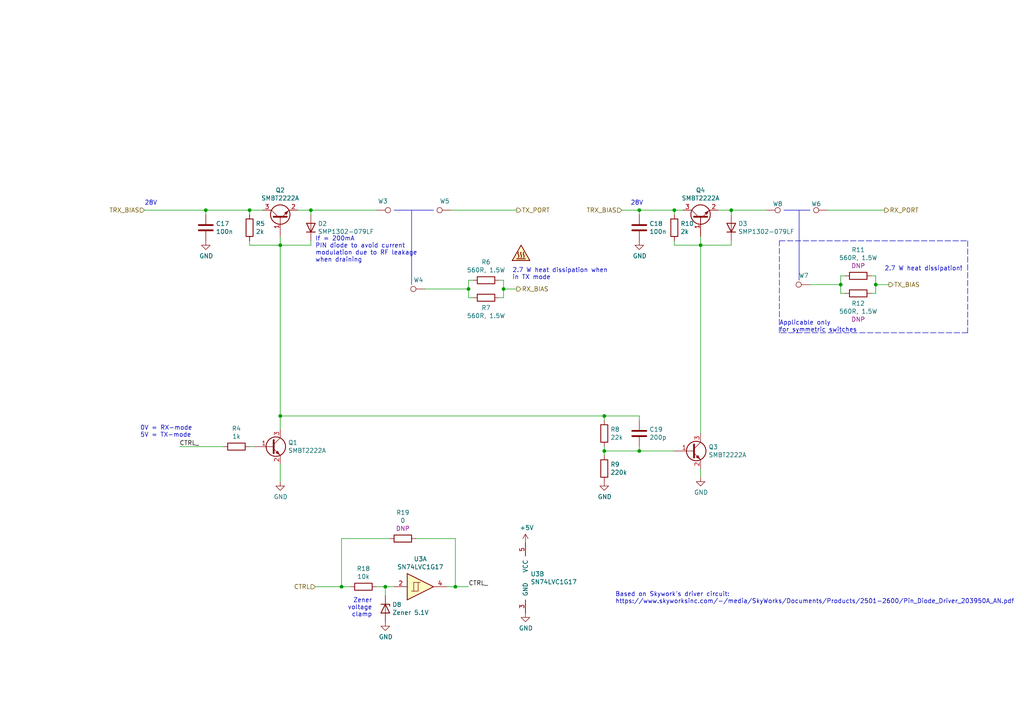
<source format=kicad_sch>
(kicad_sch (version 20211123) (generator eeschema)

  (uuid ccc4cc25-ac17-45ef-825c-e079951ffb21)

  (paper "A4")

  (title_block
    (title "Bias driver")
    (date "2022-05-03")
    (rev "v1")
    (company "petrinm")
  )

  (lib_symbols
    (symbol "Connector:TestPoint" (pin_numbers hide) (pin_names (offset 0.762) hide) (in_bom yes) (on_board yes)
      (property "Reference" "TP" (id 0) (at 0 6.858 0)
        (effects (font (size 1.27 1.27)))
      )
      (property "Value" "TestPoint" (id 1) (at 0 5.08 0)
        (effects (font (size 1.27 1.27)))
      )
      (property "Footprint" "" (id 2) (at 5.08 0 0)
        (effects (font (size 1.27 1.27)) hide)
      )
      (property "Datasheet" "~" (id 3) (at 5.08 0 0)
        (effects (font (size 1.27 1.27)) hide)
      )
      (property "ki_keywords" "test point tp" (id 4) (at 0 0 0)
        (effects (font (size 1.27 1.27)) hide)
      )
      (property "ki_description" "test point" (id 5) (at 0 0 0)
        (effects (font (size 1.27 1.27)) hide)
      )
      (property "ki_fp_filters" "Pin* Test*" (id 6) (at 0 0 0)
        (effects (font (size 1.27 1.27)) hide)
      )
      (symbol "TestPoint_0_1"
        (circle (center 0 3.302) (radius 0.762)
          (stroke (width 0) (type default) (color 0 0 0 0))
          (fill (type none))
        )
      )
      (symbol "TestPoint_1_1"
        (pin passive line (at 0 0 90) (length 2.54)
          (name "1" (effects (font (size 1.27 1.27))))
          (number "1" (effects (font (size 1.27 1.27))))
        )
      )
    )
    (symbol "Device:C" (pin_numbers hide) (pin_names (offset 0.254)) (in_bom yes) (on_board yes)
      (property "Reference" "C" (id 0) (at 0.635 2.54 0)
        (effects (font (size 1.27 1.27)) (justify left))
      )
      (property "Value" "C" (id 1) (at 0.635 -2.54 0)
        (effects (font (size 1.27 1.27)) (justify left))
      )
      (property "Footprint" "" (id 2) (at 0.9652 -3.81 0)
        (effects (font (size 1.27 1.27)) hide)
      )
      (property "Datasheet" "~" (id 3) (at 0 0 0)
        (effects (font (size 1.27 1.27)) hide)
      )
      (property "ki_keywords" "cap capacitor" (id 4) (at 0 0 0)
        (effects (font (size 1.27 1.27)) hide)
      )
      (property "ki_description" "Unpolarized capacitor" (id 5) (at 0 0 0)
        (effects (font (size 1.27 1.27)) hide)
      )
      (property "ki_fp_filters" "C_*" (id 6) (at 0 0 0)
        (effects (font (size 1.27 1.27)) hide)
      )
      (symbol "C_0_1"
        (polyline
          (pts
            (xy -2.032 -0.762)
            (xy 2.032 -0.762)
          )
          (stroke (width 0.508) (type default) (color 0 0 0 0))
          (fill (type none))
        )
        (polyline
          (pts
            (xy -2.032 0.762)
            (xy 2.032 0.762)
          )
          (stroke (width 0.508) (type default) (color 0 0 0 0))
          (fill (type none))
        )
      )
      (symbol "C_1_1"
        (pin passive line (at 0 3.81 270) (length 2.794)
          (name "~" (effects (font (size 1.27 1.27))))
          (number "1" (effects (font (size 1.27 1.27))))
        )
        (pin passive line (at 0 -3.81 90) (length 2.794)
          (name "~" (effects (font (size 1.27 1.27))))
          (number "2" (effects (font (size 1.27 1.27))))
        )
      )
    )
    (symbol "Device:D" (pin_numbers hide) (pin_names (offset 1.016) hide) (in_bom yes) (on_board yes)
      (property "Reference" "D" (id 0) (at 0 2.54 0)
        (effects (font (size 1.27 1.27)))
      )
      (property "Value" "D" (id 1) (at 0 -2.54 0)
        (effects (font (size 1.27 1.27)))
      )
      (property "Footprint" "" (id 2) (at 0 0 0)
        (effects (font (size 1.27 1.27)) hide)
      )
      (property "Datasheet" "~" (id 3) (at 0 0 0)
        (effects (font (size 1.27 1.27)) hide)
      )
      (property "ki_keywords" "diode" (id 4) (at 0 0 0)
        (effects (font (size 1.27 1.27)) hide)
      )
      (property "ki_description" "Diode" (id 5) (at 0 0 0)
        (effects (font (size 1.27 1.27)) hide)
      )
      (property "ki_fp_filters" "TO-???* *_Diode_* *SingleDiode* D_*" (id 6) (at 0 0 0)
        (effects (font (size 1.27 1.27)) hide)
      )
      (symbol "D_0_1"
        (polyline
          (pts
            (xy -1.27 1.27)
            (xy -1.27 -1.27)
          )
          (stroke (width 0.254) (type default) (color 0 0 0 0))
          (fill (type none))
        )
        (polyline
          (pts
            (xy 1.27 0)
            (xy -1.27 0)
          )
          (stroke (width 0) (type default) (color 0 0 0 0))
          (fill (type none))
        )
        (polyline
          (pts
            (xy 1.27 1.27)
            (xy 1.27 -1.27)
            (xy -1.27 0)
            (xy 1.27 1.27)
          )
          (stroke (width 0.254) (type default) (color 0 0 0 0))
          (fill (type none))
        )
      )
      (symbol "D_1_1"
        (pin passive line (at -3.81 0 0) (length 2.54)
          (name "K" (effects (font (size 1.27 1.27))))
          (number "1" (effects (font (size 1.27 1.27))))
        )
        (pin passive line (at 3.81 0 180) (length 2.54)
          (name "A" (effects (font (size 1.27 1.27))))
          (number "2" (effects (font (size 1.27 1.27))))
        )
      )
    )
    (symbol "Device:D_Zener" (pin_numbers hide) (pin_names (offset 1.016) hide) (in_bom yes) (on_board yes)
      (property "Reference" "D" (id 0) (at 0 2.54 0)
        (effects (font (size 1.27 1.27)))
      )
      (property "Value" "D_Zener" (id 1) (at 0 -2.54 0)
        (effects (font (size 1.27 1.27)))
      )
      (property "Footprint" "" (id 2) (at 0 0 0)
        (effects (font (size 1.27 1.27)) hide)
      )
      (property "Datasheet" "~" (id 3) (at 0 0 0)
        (effects (font (size 1.27 1.27)) hide)
      )
      (property "ki_keywords" "diode" (id 4) (at 0 0 0)
        (effects (font (size 1.27 1.27)) hide)
      )
      (property "ki_description" "Zener diode" (id 5) (at 0 0 0)
        (effects (font (size 1.27 1.27)) hide)
      )
      (property "ki_fp_filters" "TO-???* *_Diode_* *SingleDiode* D_*" (id 6) (at 0 0 0)
        (effects (font (size 1.27 1.27)) hide)
      )
      (symbol "D_Zener_0_1"
        (polyline
          (pts
            (xy 1.27 0)
            (xy -1.27 0)
          )
          (stroke (width 0) (type default) (color 0 0 0 0))
          (fill (type none))
        )
        (polyline
          (pts
            (xy -1.27 -1.27)
            (xy -1.27 1.27)
            (xy -0.762 1.27)
          )
          (stroke (width 0.254) (type default) (color 0 0 0 0))
          (fill (type none))
        )
        (polyline
          (pts
            (xy 1.27 -1.27)
            (xy 1.27 1.27)
            (xy -1.27 0)
            (xy 1.27 -1.27)
          )
          (stroke (width 0.254) (type default) (color 0 0 0 0))
          (fill (type none))
        )
      )
      (symbol "D_Zener_1_1"
        (pin passive line (at -3.81 0 0) (length 2.54)
          (name "K" (effects (font (size 1.27 1.27))))
          (number "1" (effects (font (size 1.27 1.27))))
        )
        (pin passive line (at 3.81 0 180) (length 2.54)
          (name "A" (effects (font (size 1.27 1.27))))
          (number "2" (effects (font (size 1.27 1.27))))
        )
      )
    )
    (symbol "Device:Q_NPN_BEC" (pin_names (offset 0) hide) (in_bom yes) (on_board yes)
      (property "Reference" "Q" (id 0) (at 5.08 1.27 0)
        (effects (font (size 1.27 1.27)) (justify left))
      )
      (property "Value" "Q_NPN_BEC" (id 1) (at 5.08 -1.27 0)
        (effects (font (size 1.27 1.27)) (justify left))
      )
      (property "Footprint" "" (id 2) (at 5.08 2.54 0)
        (effects (font (size 1.27 1.27)) hide)
      )
      (property "Datasheet" "~" (id 3) (at 0 0 0)
        (effects (font (size 1.27 1.27)) hide)
      )
      (property "ki_keywords" "transistor NPN" (id 4) (at 0 0 0)
        (effects (font (size 1.27 1.27)) hide)
      )
      (property "ki_description" "NPN transistor, base/emitter/collector" (id 5) (at 0 0 0)
        (effects (font (size 1.27 1.27)) hide)
      )
      (symbol "Q_NPN_BEC_0_1"
        (polyline
          (pts
            (xy 0.635 0.635)
            (xy 2.54 2.54)
          )
          (stroke (width 0) (type default) (color 0 0 0 0))
          (fill (type none))
        )
        (polyline
          (pts
            (xy 0.635 -0.635)
            (xy 2.54 -2.54)
            (xy 2.54 -2.54)
          )
          (stroke (width 0) (type default) (color 0 0 0 0))
          (fill (type none))
        )
        (polyline
          (pts
            (xy 0.635 1.905)
            (xy 0.635 -1.905)
            (xy 0.635 -1.905)
          )
          (stroke (width 0.508) (type default) (color 0 0 0 0))
          (fill (type none))
        )
        (polyline
          (pts
            (xy 1.27 -1.778)
            (xy 1.778 -1.27)
            (xy 2.286 -2.286)
            (xy 1.27 -1.778)
            (xy 1.27 -1.778)
          )
          (stroke (width 0) (type default) (color 0 0 0 0))
          (fill (type outline))
        )
        (circle (center 1.27 0) (radius 2.8194)
          (stroke (width 0.254) (type default) (color 0 0 0 0))
          (fill (type none))
        )
      )
      (symbol "Q_NPN_BEC_1_1"
        (pin input line (at -5.08 0 0) (length 5.715)
          (name "B" (effects (font (size 1.27 1.27))))
          (number "1" (effects (font (size 1.27 1.27))))
        )
        (pin passive line (at 2.54 -5.08 90) (length 2.54)
          (name "E" (effects (font (size 1.27 1.27))))
          (number "2" (effects (font (size 1.27 1.27))))
        )
        (pin passive line (at 2.54 5.08 270) (length 2.54)
          (name "C" (effects (font (size 1.27 1.27))))
          (number "3" (effects (font (size 1.27 1.27))))
        )
      )
    )
    (symbol "Device:R" (pin_numbers hide) (pin_names (offset 0)) (in_bom yes) (on_board yes)
      (property "Reference" "R" (id 0) (at 2.032 0 90)
        (effects (font (size 1.27 1.27)))
      )
      (property "Value" "R" (id 1) (at 0 0 90)
        (effects (font (size 1.27 1.27)))
      )
      (property "Footprint" "" (id 2) (at -1.778 0 90)
        (effects (font (size 1.27 1.27)) hide)
      )
      (property "Datasheet" "~" (id 3) (at 0 0 0)
        (effects (font (size 1.27 1.27)) hide)
      )
      (property "ki_keywords" "R res resistor" (id 4) (at 0 0 0)
        (effects (font (size 1.27 1.27)) hide)
      )
      (property "ki_description" "Resistor" (id 5) (at 0 0 0)
        (effects (font (size 1.27 1.27)) hide)
      )
      (property "ki_fp_filters" "R_*" (id 6) (at 0 0 0)
        (effects (font (size 1.27 1.27)) hide)
      )
      (symbol "R_0_1"
        (rectangle (start -1.016 -2.54) (end 1.016 2.54)
          (stroke (width 0.254) (type default) (color 0 0 0 0))
          (fill (type none))
        )
      )
      (symbol "R_1_1"
        (pin passive line (at 0 3.81 270) (length 1.27)
          (name "~" (effects (font (size 1.27 1.27))))
          (number "1" (effects (font (size 1.27 1.27))))
        )
        (pin passive line (at 0 -3.81 90) (length 1.27)
          (name "~" (effects (font (size 1.27 1.27))))
          (number "2" (effects (font (size 1.27 1.27))))
        )
      )
    )
    (symbol "Graphic:SYM_Hot_Small" (pin_names (offset 1.016) hide) (in_bom yes) (on_board yes)
      (property "Reference" "#SYM" (id 0) (at 0 3.556 0)
        (effects (font (size 1.27 1.27)) hide)
      )
      (property "Value" "SYM_Hot_Small" (id 1) (at 0 -3.175 0)
        (effects (font (size 1.27 1.27)) hide)
      )
      (property "Footprint" "" (id 2) (at 0 -4.445 0)
        (effects (font (size 1.27 1.27)) hide)
      )
      (property "Datasheet" "~" (id 3) (at 0.762 -5.08 0)
        (effects (font (size 1.27 1.27)) hide)
      )
      (property "ki_keywords" "symbol logo hot surface warning heat" (id 4) (at 0 0 0)
        (effects (font (size 1.27 1.27)) hide)
      )
      (property "ki_description" "Hot surface warning symbol, small" (id 5) (at 0 0 0)
        (effects (font (size 1.27 1.27)) hide)
      )
      (symbol "SYM_Hot_Small_0_1"
        (arc (start -0.762 -1.016) (mid -0.635 -0.635) (end -0.762 -0.254)
          (stroke (width 0.254) (type default) (color 0 0 0 0))
          (fill (type none))
        )
        (arc (start -0.762 0.508) (mid -0.889 0.127) (end -0.762 -0.254)
          (stroke (width 0.254) (type default) (color 0 0 0 0))
          (fill (type none))
        )
        (arc (start 0 -1.016) (mid 0.127 -0.635) (end 0 -0.254)
          (stroke (width 0.254) (type default) (color 0 0 0 0))
          (fill (type none))
        )
        (polyline
          (pts
            (xy 1.27 -1.397)
            (xy -1.27 -1.397)
          )
          (stroke (width 0.254) (type default) (color 0 0 0 0))
          (fill (type none))
        )
        (polyline
          (pts
            (xy -2.54 -1.905)
            (xy 2.54 -1.905)
            (xy 0 2.54)
            (xy -2.54 -1.905)
          )
          (stroke (width 0.254) (type default) (color 0 0 0 0))
          (fill (type background))
        )
        (arc (start 0 0.508) (mid -0.127 0.127) (end 0 -0.254)
          (stroke (width 0.254) (type default) (color 0 0 0 0))
          (fill (type none))
        )
        (arc (start 0.762 -1.016) (mid 0.889 -0.635) (end 0.762 -0.254)
          (stroke (width 0.254) (type default) (color 0 0 0 0))
          (fill (type none))
        )
        (arc (start 0.762 0.508) (mid 0.635 0.127) (end 0.762 -0.254)
          (stroke (width 0.254) (type default) (color 0 0 0 0))
          (fill (type none))
        )
      )
    )
    (symbol "PIN_Switcher:SN74LVC1G17" (pin_names (offset 1.016)) (in_bom yes) (on_board yes)
      (property "Reference" "U" (id 0) (at 0 7.62 0)
        (effects (font (size 1.27 1.27)))
      )
      (property "Value" "SN74LVC1G17" (id 1) (at 0 5.08 0)
        (effects (font (size 1.27 1.27)))
      )
      (property "Footprint" "" (id 2) (at 0 0 0)
        (effects (font (size 1.27 1.27)) hide)
      )
      (property "Datasheet" "https://www.ti.com/lit/ds/symlink/sn74lvc1g17.pdf" (id 3) (at 0 0 0)
        (effects (font (size 1.27 1.27)) hide)
      )
      (property "ki_description" "Single Schmitt-Trigger" (id 4) (at 0 0 0)
        (effects (font (size 1.27 1.27)) hide)
      )
      (symbol "SN74LVC1G17_1_1"
        (polyline
          (pts
            (xy -1.905 -1.27)
            (xy -1.905 1.27)
            (xy -0.635 1.27)
          )
          (stroke (width 0) (type default) (color 0 0 0 0))
          (fill (type none))
        )
        (polyline
          (pts
            (xy -3.81 3.81)
            (xy -3.81 -3.81)
            (xy 3.81 0)
            (xy -3.81 3.81)
          )
          (stroke (width 0.254) (type default) (color 0 0 0 0))
          (fill (type background))
        )
        (polyline
          (pts
            (xy -2.54 -1.27)
            (xy -0.635 -1.27)
            (xy -0.635 1.27)
            (xy 0 1.27)
          )
          (stroke (width 0) (type default) (color 0 0 0 0))
          (fill (type none))
        )
        (pin input line (at -7.62 0 0) (length 3.81)
          (name "~" (effects (font (size 1.27 1.27))))
          (number "2" (effects (font (size 1.27 1.27))))
        )
        (pin output line (at 7.62 0 180) (length 3.81)
          (name "~" (effects (font (size 1.27 1.27))))
          (number "4" (effects (font (size 1.27 1.27))))
        )
      )
      (symbol "SN74LVC1G17_2_1"
        (pin no_connect line (at -2.54 -6.35 90) (length 3.81) hide
          (name "NC" (effects (font (size 1.27 1.27))))
          (number "1" (effects (font (size 1.27 1.27))))
        )
        (pin power_in line (at 0 -10.16 90) (length 3.81)
          (name "GND" (effects (font (size 1.27 1.27))))
          (number "3" (effects (font (size 1.27 1.27))))
        )
        (pin power_in line (at 0 10.16 270) (length 3.81)
          (name "VCC" (effects (font (size 1.27 1.27))))
          (number "5" (effects (font (size 1.27 1.27))))
        )
      )
    )
    (symbol "power:+5V" (power) (pin_names (offset 0)) (in_bom yes) (on_board yes)
      (property "Reference" "#PWR" (id 0) (at 0 -3.81 0)
        (effects (font (size 1.27 1.27)) hide)
      )
      (property "Value" "+5V" (id 1) (at 0 3.556 0)
        (effects (font (size 1.27 1.27)))
      )
      (property "Footprint" "" (id 2) (at 0 0 0)
        (effects (font (size 1.27 1.27)) hide)
      )
      (property "Datasheet" "" (id 3) (at 0 0 0)
        (effects (font (size 1.27 1.27)) hide)
      )
      (property "ki_keywords" "power-flag" (id 4) (at 0 0 0)
        (effects (font (size 1.27 1.27)) hide)
      )
      (property "ki_description" "Power symbol creates a global label with name \"+5V\"" (id 5) (at 0 0 0)
        (effects (font (size 1.27 1.27)) hide)
      )
      (symbol "+5V_0_1"
        (polyline
          (pts
            (xy -0.762 1.27)
            (xy 0 2.54)
          )
          (stroke (width 0) (type default) (color 0 0 0 0))
          (fill (type none))
        )
        (polyline
          (pts
            (xy 0 0)
            (xy 0 2.54)
          )
          (stroke (width 0) (type default) (color 0 0 0 0))
          (fill (type none))
        )
        (polyline
          (pts
            (xy 0 2.54)
            (xy 0.762 1.27)
          )
          (stroke (width 0) (type default) (color 0 0 0 0))
          (fill (type none))
        )
      )
      (symbol "+5V_1_1"
        (pin power_in line (at 0 0 90) (length 0) hide
          (name "+5V" (effects (font (size 1.27 1.27))))
          (number "1" (effects (font (size 1.27 1.27))))
        )
      )
    )
    (symbol "power:GND" (power) (pin_names (offset 0)) (in_bom yes) (on_board yes)
      (property "Reference" "#PWR" (id 0) (at 0 -6.35 0)
        (effects (font (size 1.27 1.27)) hide)
      )
      (property "Value" "GND" (id 1) (at 0 -3.81 0)
        (effects (font (size 1.27 1.27)))
      )
      (property "Footprint" "" (id 2) (at 0 0 0)
        (effects (font (size 1.27 1.27)) hide)
      )
      (property "Datasheet" "" (id 3) (at 0 0 0)
        (effects (font (size 1.27 1.27)) hide)
      )
      (property "ki_keywords" "power-flag" (id 4) (at 0 0 0)
        (effects (font (size 1.27 1.27)) hide)
      )
      (property "ki_description" "Power symbol creates a global label with name \"GND\" , ground" (id 5) (at 0 0 0)
        (effects (font (size 1.27 1.27)) hide)
      )
      (symbol "GND_0_1"
        (polyline
          (pts
            (xy 0 0)
            (xy 0 -1.27)
            (xy 1.27 -1.27)
            (xy 0 -2.54)
            (xy -1.27 -1.27)
            (xy 0 -1.27)
          )
          (stroke (width 0) (type default) (color 0 0 0 0))
          (fill (type none))
        )
      )
      (symbol "GND_1_1"
        (pin power_in line (at 0 0 270) (length 0) hide
          (name "GND" (effects (font (size 1.27 1.27))))
          (number "1" (effects (font (size 1.27 1.27))))
        )
      )
    )
  )

  (junction (at 81.28 120.65) (diameter 0) (color 0 0 0 0)
    (uuid 1427bb3f-0689-4b41-a816-cd79a5202fd0)
  )
  (junction (at 175.26 130.81) (diameter 0) (color 0 0 0 0)
    (uuid 15a82541-58d8-45b5-99c5-fb52e017e3ea)
  )
  (junction (at 99.06 170.18) (diameter 0) (color 0 0 0 0)
    (uuid 18f1018d-5857-4c32-a072-f3de80352f74)
  )
  (junction (at 111.76 170.18) (diameter 0) (color 0 0 0 0)
    (uuid 282c8e53-3acc-42f0-a92a-6aa976b97a93)
  )
  (junction (at 243.84 82.55) (diameter 0) (color 0 0 0 0)
    (uuid 718e5c6d-0e4c-46d8-a149-2f2bfc54c7f1)
  )
  (junction (at 59.69 60.96) (diameter 0) (color 0 0 0 0)
    (uuid 7c00778a-4692-4f9b-87d5-2d355077ce1e)
  )
  (junction (at 212.09 60.96) (diameter 0) (color 0 0 0 0)
    (uuid 7c6edb61-99eb-4a71-b6a3-8ab3671921cc)
  )
  (junction (at 135.89 83.82) (diameter 0) (color 0 0 0 0)
    (uuid 869d6302-ae22-478f-9723-3feacbb12eef)
  )
  (junction (at 90.17 60.96) (diameter 0) (color 0 0 0 0)
    (uuid 8b7bbefd-8f78-41f8-809c-2534a5de3b39)
  )
  (junction (at 132.08 170.18) (diameter 0) (color 0 0 0 0)
    (uuid bc3b3f93-69e0-44a5-b919-319b81d13095)
  )
  (junction (at 254 82.55) (diameter 0) (color 0 0 0 0)
    (uuid cbde200f-1075-469a-89f8-abbdcf30e36a)
  )
  (junction (at 72.39 60.96) (diameter 0) (color 0 0 0 0)
    (uuid cd5e758d-cb66-484a-ae8b-21f53ceee49e)
  )
  (junction (at 185.42 60.96) (diameter 0) (color 0 0 0 0)
    (uuid d102186a-5b58-41d0-9985-3dbb3593f397)
  )
  (junction (at 146.05 83.82) (diameter 0) (color 0 0 0 0)
    (uuid d66d3c12-11ce-4566-9a45-962e329503d8)
  )
  (junction (at 81.28 71.12) (diameter 0) (color 0 0 0 0)
    (uuid e300709f-6c72-488d-a598-efcbd6d3af54)
  )
  (junction (at 203.2 71.12) (diameter 0) (color 0 0 0 0)
    (uuid f345e52a-8e0a-425a-b438-90809dd3b799)
  )
  (junction (at 175.26 120.65) (diameter 0) (color 0 0 0 0)
    (uuid f447e585-df78-4239-b8cb-4653b3837bb1)
  )
  (junction (at 195.58 60.96) (diameter 0) (color 0 0 0 0)
    (uuid f4a8afbe-ed68-4253-959f-6be4d2cbf8c5)
  )
  (junction (at 185.42 130.81) (diameter 0) (color 0 0 0 0)
    (uuid f6983918-fe05-46ea-b355-bc522ec53440)
  )

  (wire (pts (xy 59.69 60.96) (xy 59.69 62.23))
    (stroke (width 0) (type default) (color 0 0 0 0))
    (uuid 01f82238-6335-48fe-8b0a-6853e227345a)
  )
  (wire (pts (xy 91.44 170.18) (xy 99.06 170.18))
    (stroke (width 0) (type default) (color 0 0 0 0))
    (uuid 0b4c0f05-c855-4742-bad2-dbf645d5842b)
  )
  (wire (pts (xy 234.95 82.55) (xy 243.84 82.55))
    (stroke (width 0) (type default) (color 0 0 0 0))
    (uuid 0b9f21ed-3d41-4f23-ae45-74117a5f3153)
  )
  (wire (pts (xy 212.09 71.12) (xy 203.2 71.12))
    (stroke (width 0) (type default) (color 0 0 0 0))
    (uuid 0cbeb329-a88d-4a47-a5c2-a1d693de2f8c)
  )
  (polyline (pts (xy 226.06 69.85) (xy 280.67 69.85))
    (stroke (width 0) (type default) (color 0 0 0 0))
    (uuid 0d993e48-cea3-4104-9c5a-d8f97b64a3ac)
  )

  (wire (pts (xy 90.17 71.12) (xy 81.28 71.12))
    (stroke (width 0) (type default) (color 0 0 0 0))
    (uuid 0e249018-17e7-42b3-ae5d-5ebf3ae299ae)
  )
  (wire (pts (xy 175.26 130.81) (xy 175.26 129.54))
    (stroke (width 0) (type default) (color 0 0 0 0))
    (uuid 0fc5db66-6188-4c1f-bb14-0868bef113eb)
  )
  (wire (pts (xy 175.26 132.08) (xy 175.26 130.81))
    (stroke (width 0) (type default) (color 0 0 0 0))
    (uuid 142dd724-2a9f-4eea-ab21-209b1bc7ec65)
  )
  (wire (pts (xy 185.42 120.65) (xy 175.26 120.65))
    (stroke (width 0) (type default) (color 0 0 0 0))
    (uuid 20caf6d2-76a7-497e-ac56-f6d31eb9027b)
  )
  (wire (pts (xy 81.28 120.65) (xy 175.26 120.65))
    (stroke (width 0) (type default) (color 0 0 0 0))
    (uuid 2165c9a4-eb84-4cb6-a870-2fdc39d2511b)
  )
  (wire (pts (xy 146.05 83.82) (xy 149.86 83.82))
    (stroke (width 0) (type default) (color 0 0 0 0))
    (uuid 2c60448a-e30f-46b2-89e1-a44f51688efc)
  )
  (wire (pts (xy 175.26 120.65) (xy 175.26 121.92))
    (stroke (width 0) (type default) (color 0 0 0 0))
    (uuid 2f291a4b-4ecb-4692-9ad2-324f9784c0d4)
  )
  (wire (pts (xy 254 82.55) (xy 254 85.09))
    (stroke (width 0) (type default) (color 0 0 0 0))
    (uuid 3249bd81-9fd4-4194-9b4f-2e333b2195b8)
  )
  (wire (pts (xy 185.42 60.96) (xy 185.42 62.23))
    (stroke (width 0) (type default) (color 0 0 0 0))
    (uuid 337e8520-cbd2-42c0-8d17-743bab17cbbd)
  )
  (wire (pts (xy 254 85.09) (xy 252.73 85.09))
    (stroke (width 0) (type default) (color 0 0 0 0))
    (uuid 347562f5-b152-4e7b-8a69-40ca6daaaad4)
  )
  (polyline (pts (xy 114.3 60.96) (xy 125.73 60.96))
    (stroke (width 0) (type solid) (color 0 0 0 0))
    (uuid 34c0bee6-7425-4435-8857-d1fe8dfb6d89)
  )

  (wire (pts (xy 203.2 71.12) (xy 203.2 125.73))
    (stroke (width 0) (type default) (color 0 0 0 0))
    (uuid 386ad9e3-71fa-420f-8722-88548b024fc5)
  )
  (wire (pts (xy 132.08 170.18) (xy 129.54 170.18))
    (stroke (width 0) (type default) (color 0 0 0 0))
    (uuid 3d552623-2969-4b15-8623-368144f225e9)
  )
  (wire (pts (xy 175.26 130.81) (xy 185.42 130.81))
    (stroke (width 0) (type default) (color 0 0 0 0))
    (uuid 3d6cdd62-5634-4e30-acf8-1b9c1dbf6653)
  )
  (wire (pts (xy 123.19 83.82) (xy 135.89 83.82))
    (stroke (width 0) (type default) (color 0 0 0 0))
    (uuid 3e57b728-64e6-4470-8f27-a43c0dd85050)
  )
  (wire (pts (xy 243.84 80.01) (xy 245.11 80.01))
    (stroke (width 0) (type default) (color 0 0 0 0))
    (uuid 3efa2ece-8f3f-4a8c-96e9-6ab3ec6f1f70)
  )
  (wire (pts (xy 243.84 85.09) (xy 243.84 82.55))
    (stroke (width 0) (type default) (color 0 0 0 0))
    (uuid 430d6d73-9de6-41ca-b788-178d709f4aae)
  )
  (wire (pts (xy 212.09 71.12) (xy 212.09 69.85))
    (stroke (width 0) (type default) (color 0 0 0 0))
    (uuid 443bc73a-8dc0-4e2f-a292-a5eff00efa5b)
  )
  (polyline (pts (xy 227.33 60.96) (xy 234.95 60.96))
    (stroke (width 0) (type solid) (color 0 0 0 0))
    (uuid 4903ada8-06a9-4ede-b1ef-033b0ec85e3c)
  )

  (wire (pts (xy 146.05 83.82) (xy 146.05 86.36))
    (stroke (width 0) (type default) (color 0 0 0 0))
    (uuid 4b1fce17-dec7-457e-ba3b-a77604e77dc9)
  )
  (wire (pts (xy 180.34 60.96) (xy 185.42 60.96))
    (stroke (width 0) (type default) (color 0 0 0 0))
    (uuid 52a8f1be-73ca-41a8-bc24-2320706b0ec1)
  )
  (wire (pts (xy 135.89 86.36) (xy 135.89 83.82))
    (stroke (width 0) (type default) (color 0 0 0 0))
    (uuid 576f00e6-a1be-45d3-9b93-e26d9e0fe306)
  )
  (wire (pts (xy 81.28 120.65) (xy 81.28 124.46))
    (stroke (width 0) (type default) (color 0 0 0 0))
    (uuid 59cb2966-1e9c-4b3b-b3c8-7499378d8dde)
  )
  (wire (pts (xy 109.22 170.18) (xy 111.76 170.18))
    (stroke (width 0) (type default) (color 0 0 0 0))
    (uuid 5f38bdb2-3657-474e-8e86-d6bb0b298110)
  )
  (wire (pts (xy 72.39 129.54) (xy 73.66 129.54))
    (stroke (width 0) (type default) (color 0 0 0 0))
    (uuid 5ff19d63-2cb4-438b-93c4-e66d37a05329)
  )
  (wire (pts (xy 81.28 139.7) (xy 81.28 134.62))
    (stroke (width 0) (type default) (color 0 0 0 0))
    (uuid 616287d9-a51f-498c-8b91-be46a0aa3a7f)
  )
  (wire (pts (xy 59.69 60.96) (xy 72.39 60.96))
    (stroke (width 0) (type default) (color 0 0 0 0))
    (uuid 63489ebf-0f52-43a6-a0ab-158b1a7d4988)
  )
  (polyline (pts (xy 119.38 82.55) (xy 119.38 60.96))
    (stroke (width 0) (type solid) (color 0 0 0 0))
    (uuid 6cb535a7-247d-4f99-997d-c21b160eadfa)
  )

  (wire (pts (xy 149.86 60.96) (xy 130.81 60.96))
    (stroke (width 0) (type default) (color 0 0 0 0))
    (uuid 6cb93665-0bcd-4104-8633-fffd1811eee0)
  )
  (wire (pts (xy 195.58 71.12) (xy 203.2 71.12))
    (stroke (width 0) (type default) (color 0 0 0 0))
    (uuid 6d0c9e39-9878-44c8-8283-9a59e45006fa)
  )
  (wire (pts (xy 252.73 80.01) (xy 254 80.01))
    (stroke (width 0) (type default) (color 0 0 0 0))
    (uuid 70d34adf-9bd8-469e-8c77-5c0d7adf511e)
  )
  (wire (pts (xy 137.16 86.36) (xy 135.89 86.36))
    (stroke (width 0) (type default) (color 0 0 0 0))
    (uuid 713e0777-58b2-4487-baca-60d0ebed27c3)
  )
  (wire (pts (xy 203.2 135.89) (xy 203.2 138.43))
    (stroke (width 0) (type default) (color 0 0 0 0))
    (uuid 71f8d568-0f23-4ff2-8e60-1600ce517a48)
  )
  (polyline (pts (xy 231.775 60.96) (xy 231.775 81.28))
    (stroke (width 0) (type solid) (color 0 0 0 0))
    (uuid 72736ef0-440f-445e-90eb-c81ae8522fbc)
  )

  (wire (pts (xy 185.42 121.92) (xy 185.42 120.65))
    (stroke (width 0) (type default) (color 0 0 0 0))
    (uuid 759788bd-3cb9-4d38-b58c-5cb10b7dca6b)
  )
  (wire (pts (xy 41.91 60.96) (xy 59.69 60.96))
    (stroke (width 0) (type default) (color 0 0 0 0))
    (uuid 75b944f9-bf25-4dc7-8104-e9f80b4f359b)
  )
  (wire (pts (xy 81.28 71.12) (xy 81.28 120.65))
    (stroke (width 0) (type default) (color 0 0 0 0))
    (uuid 78f9c3d3-3556-46f6-9744-05ad54b330f0)
  )
  (wire (pts (xy 195.58 62.23) (xy 195.58 60.96))
    (stroke (width 0) (type default) (color 0 0 0 0))
    (uuid 7c2008c8-0626-4a09-a873-065e83502a0e)
  )
  (wire (pts (xy 195.58 60.96) (xy 198.12 60.96))
    (stroke (width 0) (type default) (color 0 0 0 0))
    (uuid 7c411b3e-aca2-424f-b644-2d21c9d80fa7)
  )
  (wire (pts (xy 72.39 60.96) (xy 76.2 60.96))
    (stroke (width 0) (type default) (color 0 0 0 0))
    (uuid 7db990e4-92e1-4f99-b4d2-435bbec1ba83)
  )
  (wire (pts (xy 90.17 69.85) (xy 90.17 71.12))
    (stroke (width 0) (type default) (color 0 0 0 0))
    (uuid 83021f70-e61e-4ad3-bae7-b9f02b28be4f)
  )
  (wire (pts (xy 111.76 170.18) (xy 114.3 170.18))
    (stroke (width 0) (type default) (color 0 0 0 0))
    (uuid 83c5181e-f5ee-453c-ae5c-d7256ba8837d)
  )
  (wire (pts (xy 81.28 68.58) (xy 81.28 71.12))
    (stroke (width 0) (type default) (color 0 0 0 0))
    (uuid 89c9afdc-c346-4300-a392-5f9dd8c1e5bd)
  )
  (wire (pts (xy 99.06 170.18) (xy 99.06 156.21))
    (stroke (width 0) (type default) (color 0 0 0 0))
    (uuid 8bd46048-cab7-4adf-af9a-bc2710c1894c)
  )
  (wire (pts (xy 81.28 71.12) (xy 72.39 71.12))
    (stroke (width 0) (type default) (color 0 0 0 0))
    (uuid 8efee08b-b92e-4ba6-8722-c058e18114fe)
  )
  (wire (pts (xy 146.05 86.36) (xy 144.78 86.36))
    (stroke (width 0) (type default) (color 0 0 0 0))
    (uuid 901440f4-e2a6-4447-83cc-f58a2b26f5c4)
  )
  (wire (pts (xy 120.65 156.21) (xy 132.08 156.21))
    (stroke (width 0) (type default) (color 0 0 0 0))
    (uuid 92848721-49b5-4e4c-b042-6fd51e1d562f)
  )
  (wire (pts (xy 99.06 156.21) (xy 113.03 156.21))
    (stroke (width 0) (type default) (color 0 0 0 0))
    (uuid 992a2b00-5e28-4edd-88b5-994891512d8d)
  )
  (wire (pts (xy 212.09 62.23) (xy 212.09 60.96))
    (stroke (width 0) (type default) (color 0 0 0 0))
    (uuid 9c607e49-ee5c-4e85-a7da-6fede9912412)
  )
  (wire (pts (xy 243.84 82.55) (xy 243.84 80.01))
    (stroke (width 0) (type default) (color 0 0 0 0))
    (uuid 9e0e6fc0-a269-4822-b93d-4c5e6689ff11)
  )
  (wire (pts (xy 240.03 60.96) (xy 256.54 60.96))
    (stroke (width 0) (type default) (color 0 0 0 0))
    (uuid 9fd1f3d7-b5ab-4c9f-87f2-7fa75ac89b52)
  )
  (wire (pts (xy 144.78 81.28) (xy 146.05 81.28))
    (stroke (width 0) (type default) (color 0 0 0 0))
    (uuid a0dee8e6-f88a-4f05-aba0-bab3aafdf2bc)
  )
  (wire (pts (xy 245.11 85.09) (xy 243.84 85.09))
    (stroke (width 0) (type default) (color 0 0 0 0))
    (uuid a0e7a81b-2259-4f8d-8368-ba75f2004714)
  )
  (polyline (pts (xy 280.67 69.85) (xy 280.67 96.52))
    (stroke (width 0) (type default) (color 0 0 0 0))
    (uuid b12e5309-5d01-40ef-a9c3-8453e00a555e)
  )

  (wire (pts (xy 86.36 60.96) (xy 90.17 60.96))
    (stroke (width 0) (type default) (color 0 0 0 0))
    (uuid b854a395-bfc6-4140-9640-75d4f9296771)
  )
  (wire (pts (xy 185.42 130.81) (xy 185.42 129.54))
    (stroke (width 0) (type default) (color 0 0 0 0))
    (uuid bb59b92a-e4d0-4b9e-82cd-26304f5c15b8)
  )
  (polyline (pts (xy 280.67 96.52) (xy 226.06 96.52))
    (stroke (width 0) (type default) (color 0 0 0 0))
    (uuid be6b17f9-34f5-44e9-a4c7-725d2e274a9d)
  )

  (wire (pts (xy 212.09 60.96) (xy 222.25 60.96))
    (stroke (width 0) (type default) (color 0 0 0 0))
    (uuid becc7746-9e66-4b1a-8d60-afe448af81d8)
  )
  (wire (pts (xy 132.08 156.21) (xy 132.08 170.18))
    (stroke (width 0) (type default) (color 0 0 0 0))
    (uuid c07eebcc-30d2-439d-8030-faea6ade4486)
  )
  (wire (pts (xy 254 80.01) (xy 254 82.55))
    (stroke (width 0) (type default) (color 0 0 0 0))
    (uuid cb083d38-4f11-4a80-8b19-ab751c405e4a)
  )
  (wire (pts (xy 72.39 71.12) (xy 72.39 69.85))
    (stroke (width 0) (type default) (color 0 0 0 0))
    (uuid cc75e5ae-3348-4e7a-bd16-4df685ee47bd)
  )
  (wire (pts (xy 111.76 172.72) (xy 111.76 170.18))
    (stroke (width 0) (type default) (color 0 0 0 0))
    (uuid d72c89a6-7578-4468-964e-2a845431195f)
  )
  (wire (pts (xy 146.05 81.28) (xy 146.05 83.82))
    (stroke (width 0) (type default) (color 0 0 0 0))
    (uuid d7e5a060-eb57-4238-9312-26bc885fc97d)
  )
  (wire (pts (xy 99.06 170.18) (xy 101.6 170.18))
    (stroke (width 0) (type default) (color 0 0 0 0))
    (uuid db1ed10a-ef86-43bf-93dc-9be76327f6d2)
  )
  (wire (pts (xy 90.17 60.96) (xy 109.22 60.96))
    (stroke (width 0) (type default) (color 0 0 0 0))
    (uuid e0830067-5b66-4ce1-b2d1-aaa8af20baf7)
  )
  (wire (pts (xy 135.89 83.82) (xy 135.89 81.28))
    (stroke (width 0) (type default) (color 0 0 0 0))
    (uuid e1b88aa4-d887-4eea-83ff-5c009f4390c4)
  )
  (wire (pts (xy 185.42 60.96) (xy 195.58 60.96))
    (stroke (width 0) (type default) (color 0 0 0 0))
    (uuid e36988d2-ecb2-461b-a443-7006f447e828)
  )
  (wire (pts (xy 212.09 60.96) (xy 208.28 60.96))
    (stroke (width 0) (type default) (color 0 0 0 0))
    (uuid e5e5220d-5b7e-47da-a902-b997ec8d4d58)
  )
  (wire (pts (xy 132.08 170.18) (xy 135.89 170.18))
    (stroke (width 0) (type default) (color 0 0 0 0))
    (uuid e65bab67-68b7-4b22-a939-6f2c05164d2a)
  )
  (wire (pts (xy 72.39 62.23) (xy 72.39 60.96))
    (stroke (width 0) (type default) (color 0 0 0 0))
    (uuid e6d68f56-4a40-4849-b8d1-13d5ca292900)
  )
  (wire (pts (xy 195.58 71.12) (xy 195.58 69.85))
    (stroke (width 0) (type default) (color 0 0 0 0))
    (uuid eac8d865-0226-4958-b547-6b5592f39713)
  )
  (wire (pts (xy 135.89 81.28) (xy 137.16 81.28))
    (stroke (width 0) (type default) (color 0 0 0 0))
    (uuid f19c9655-8ddb-411a-96dd-bd986870c3c6)
  )
  (wire (pts (xy 203.2 68.58) (xy 203.2 71.12))
    (stroke (width 0) (type default) (color 0 0 0 0))
    (uuid f2480d0c-9b08-4037-9175-b2369af04d4c)
  )
  (wire (pts (xy 185.42 130.81) (xy 195.58 130.81))
    (stroke (width 0) (type default) (color 0 0 0 0))
    (uuid f44d04c5-0d17-4d52-8328-ef3b4fdfba5f)
  )
  (wire (pts (xy 254 82.55) (xy 257.81 82.55))
    (stroke (width 0) (type default) (color 0 0 0 0))
    (uuid f50dae73-c5b5-475d-ac8c-5b555be54fa3)
  )
  (polyline (pts (xy 226.06 96.52) (xy 226.06 69.85))
    (stroke (width 0) (type default) (color 0 0 0 0))
    (uuid f56d244f-1fa4-4475-ac1d-f41eed31a48b)
  )

  (wire (pts (xy 90.17 60.96) (xy 90.17 62.23))
    (stroke (width 0) (type default) (color 0 0 0 0))
    (uuid f5bf5b4a-5213-48af-a5cd-0d67969d2de6)
  )
  (wire (pts (xy 64.77 129.54) (xy 52.07 129.54))
    (stroke (width 0) (type default) (color 0 0 0 0))
    (uuid fa00d3f4-bb71-4b1d-aa40-ae9267e2c41f)
  )

  (text "If = 200mA\nPIN diode to avoid current\nmodulation due to RF leakage\nwhen draining"
    (at 91.44 76.2 0)
    (effects (font (size 1.27 1.27)) (justify left bottom))
    (uuid 051b8cb0-ae77-4e09-98a7-bf2103319e66)
  )
  (text "Applicable only\nfor symmetric switches" (at 226.06 96.52 0)
    (effects (font (size 1.27 1.27)) (justify left bottom))
    (uuid 1c9f6fea-1796-4a2d-80b3-ae22ce51c8f5)
  )
  (text "2.7 W heat dissipation!" (at 256.54 78.74 0)
    (effects (font (size 1.27 1.27)) (justify left bottom))
    (uuid 2c95b9a6-9c71-4108-9cde-57ddfdd2dd19)
  )
  (text "Based on Skywork's driver circuit:\nhttps://www.skyworksinc.com/-/media/SkyWorks/Documents/Products/2501-2600/Pin_Diode_Driver_203950A_AN.pdf"
    (at 178.435 175.26 0)
    (effects (font (size 1.27 1.27)) (justify left bottom))
    (uuid 35c09d1f-2914-4d1e-a002-df30af772f3b)
  )
  (text "Zener\nvoltage\nclamp" (at 107.95 179.07 180)
    (effects (font (size 1.27 1.27)) (justify right bottom))
    (uuid 8aeae536-fd36-430e-be47-1a856eced2fc)
  )
  (text "0V = RX-mode\n5V = TX-mode" (at 40.64 127 0)
    (effects (font (size 1.27 1.27)) (justify left bottom))
    (uuid 974c48bf-534e-4335-98e1-b0426c783e99)
  )
  (text "28V" (at 182.88 59.69 0)
    (effects (font (size 1.27 1.27)) (justify left bottom))
    (uuid aa1c6f47-cbd4-4cbd-8265-e5ac08b7ffc8)
  )
  (text "2.7 W heat dissipation when\nin TX mode" (at 148.59 81.28 0)
    (effects (font (size 1.27 1.27)) (justify left bottom))
    (uuid bac7c5b3-99df-445a-ade9-1e608bbbe27e)
  )
  (text "28V" (at 41.91 59.69 0)
    (effects (font (size 1.27 1.27)) (justify left bottom))
    (uuid f28e56e7-283b-4b9a-ae27-95e89770fbf8)
  )

  (label "CTRL_" (at 135.89 170.18 0)
    (effects (font (size 1.27 1.27)) (justify left bottom))
    (uuid eb473bfd-fc2d-4cf0-8714-6b7dd95b0a03)
  )
  (label "CTRL_" (at 52.07 129.54 0)
    (effects (font (size 1.27 1.27)) (justify left bottom))
    (uuid fa20e708-ec85-4e0b-8402-f74a2724f920)
  )

  (hierarchical_label "TRX_BIAS" (shape input) (at 180.34 60.96 180)
    (effects (font (size 1.27 1.27)) (justify right))
    (uuid 14094ad2-b562-4efa-8c6f-51d7a3134345)
  )
  (hierarchical_label "TRX_BIAS" (shape input) (at 41.91 60.96 180)
    (effects (font (size 1.27 1.27)) (justify right))
    (uuid 590fefcc-03e7-45d6-b6c9-e51a7c3c36c4)
  )
  (hierarchical_label "RX_BIAS" (shape output) (at 149.86 83.82 0)
    (effects (font (size 1.27 1.27)) (justify left))
    (uuid 637f12be-fa48-4ce4-96b2-04c21a8795c8)
  )
  (hierarchical_label "TX_BIAS" (shape output) (at 257.81 82.55 0)
    (effects (font (size 1.27 1.27)) (justify left))
    (uuid 90f81af1-b6de-44aa-a46b-6504a157ce6c)
  )
  (hierarchical_label "TX_PORT" (shape output) (at 149.86 60.96 0)
    (effects (font (size 1.27 1.27)) (justify left))
    (uuid cbebc05a-c4dd-4baf-8c08-196e84e08b27)
  )
  (hierarchical_label "RX_PORT" (shape output) (at 256.54 60.96 0)
    (effects (font (size 1.27 1.27)) (justify left))
    (uuid f7447e92-4293-41c4-be3f-69b30aad1f17)
  )
  (hierarchical_label "CTRL" (shape input) (at 91.44 170.18 180)
    (effects (font (size 1.27 1.27)) (justify right))
    (uuid fb35e3b1-aff6-41a7-9cf0-52694b95edeb)
  )

  (symbol (lib_id "Device:R") (at 140.97 86.36 270) (unit 1)
    (in_bom yes) (on_board yes)
    (uuid 00000000-0000-0000-0000-00005fed3d0d)
    (property "Reference" "R7" (id 0) (at 140.97 89.281 90))
    (property "Value" "560R, 1.5W" (id 1) (at 140.97 91.5924 90))
    (property "Footprint" "Resistor_SMD:R_2512_6332Metric" (id 2) (at 140.97 84.582 90)
      (effects (font (size 1.27 1.27)) hide)
    )
    (property "Datasheet" "~" (id 3) (at 140.97 86.36 0)
      (effects (font (size 1.27 1.27)) hide)
    )
    (property "Mouser" "279-CRGP2512F560R" (id 4) (at 140.97 86.36 90)
      (effects (font (size 1.27 1.27)) hide)
    )
    (pin "1" (uuid b036802f-771e-4fc9-9408-0ca2039168d0))
    (pin "2" (uuid 39806158-0f9e-47da-8862-83d814d27a36))
  )

  (symbol (lib_id "Device:Q_NPN_BEC") (at 81.28 63.5 90) (unit 1)
    (in_bom yes) (on_board yes)
    (uuid 00000000-0000-0000-0000-00005fed3d13)
    (property "Reference" "Q2" (id 0) (at 81.28 55.1688 90))
    (property "Value" "SMBT2222A" (id 1) (at 81.28 57.4802 90))
    (property "Footprint" "Package_TO_SOT_SMD:SOT-23" (id 2) (at 78.74 58.42 0)
      (effects (font (size 1.27 1.27)) hide)
    )
    (property "Datasheet" "~" (id 3) (at 81.28 63.5 0)
      (effects (font (size 1.27 1.27)) hide)
    )
    (pin "1" (uuid c727b697-06f1-4cd0-82b4-9c4e8f30ec69))
    (pin "2" (uuid 7a4f3b42-17f6-4af5-b479-f9a6b8421e2f))
    (pin "3" (uuid cde0b38a-0538-4917-b47d-1338f4be5fda))
  )

  (symbol (lib_id "Device:R") (at 68.58 129.54 90) (unit 1)
    (in_bom yes) (on_board yes)
    (uuid 00000000-0000-0000-0000-00005fed3d19)
    (property "Reference" "R4" (id 0) (at 68.58 124.2822 90))
    (property "Value" "1k" (id 1) (at 68.58 126.5936 90))
    (property "Footprint" "Resistor_SMD:R_0603_1608Metric" (id 2) (at 68.58 131.318 90)
      (effects (font (size 1.27 1.27)) hide)
    )
    (property "Datasheet" "~" (id 3) (at 68.58 129.54 0)
      (effects (font (size 1.27 1.27)) hide)
    )
    (pin "1" (uuid 67bb613e-fef7-4add-b665-d588fcb40f13))
    (pin "2" (uuid f38f571b-5743-4c70-b3a5-af50438a751c))
  )

  (symbol (lib_id "power:GND") (at 81.28 139.7 0) (unit 1)
    (in_bom yes) (on_board yes)
    (uuid 00000000-0000-0000-0000-00005fed3d1f)
    (property "Reference" "#PWR019" (id 0) (at 81.28 146.05 0)
      (effects (font (size 1.27 1.27)) hide)
    )
    (property "Value" "GND" (id 1) (at 81.407 144.0942 0))
    (property "Footprint" "" (id 2) (at 81.28 139.7 0)
      (effects (font (size 1.27 1.27)) hide)
    )
    (property "Datasheet" "" (id 3) (at 81.28 139.7 0)
      (effects (font (size 1.27 1.27)) hide)
    )
    (pin "1" (uuid e3eee8f9-1613-4833-bb5a-79ac679c1e54))
  )

  (symbol (lib_id "power:GND") (at 175.26 139.7 0) (unit 1)
    (in_bom yes) (on_board yes)
    (uuid 00000000-0000-0000-0000-00005fed3d25)
    (property "Reference" "#PWR020" (id 0) (at 175.26 146.05 0)
      (effects (font (size 1.27 1.27)) hide)
    )
    (property "Value" "GND" (id 1) (at 175.387 144.0942 0))
    (property "Footprint" "" (id 2) (at 175.26 139.7 0)
      (effects (font (size 1.27 1.27)) hide)
    )
    (property "Datasheet" "" (id 3) (at 175.26 139.7 0)
      (effects (font (size 1.27 1.27)) hide)
    )
    (pin "1" (uuid c6755a40-1726-4b5a-bcd5-f37040eda6ec))
  )

  (symbol (lib_id "Device:R") (at 175.26 125.73 180) (unit 1)
    (in_bom yes) (on_board yes)
    (uuid 00000000-0000-0000-0000-00005fed3d2b)
    (property "Reference" "R8" (id 0) (at 177.038 124.5616 0)
      (effects (font (size 1.27 1.27)) (justify right))
    )
    (property "Value" "22k" (id 1) (at 177.038 126.873 0)
      (effects (font (size 1.27 1.27)) (justify right))
    )
    (property "Footprint" "Resistor_SMD:R_0603_1608Metric" (id 2) (at 177.038 125.73 90)
      (effects (font (size 1.27 1.27)) hide)
    )
    (property "Datasheet" "~" (id 3) (at 175.26 125.73 0)
      (effects (font (size 1.27 1.27)) hide)
    )
    (pin "1" (uuid 70fd9e4d-9828-4147-abe2-fb3e729fec4d))
    (pin "2" (uuid 53758a40-1971-4595-894c-8902a38d3e4c))
  )

  (symbol (lib_id "Device:R") (at 175.26 135.89 180) (unit 1)
    (in_bom yes) (on_board yes)
    (uuid 00000000-0000-0000-0000-00005fed3d31)
    (property "Reference" "R9" (id 0) (at 177.038 134.7216 0)
      (effects (font (size 1.27 1.27)) (justify right))
    )
    (property "Value" "220k" (id 1) (at 177.038 137.033 0)
      (effects (font (size 1.27 1.27)) (justify right))
    )
    (property "Footprint" "Resistor_SMD:R_0603_1608Metric" (id 2) (at 177.038 135.89 90)
      (effects (font (size 1.27 1.27)) hide)
    )
    (property "Datasheet" "~" (id 3) (at 175.26 135.89 0)
      (effects (font (size 1.27 1.27)) hide)
    )
    (pin "1" (uuid efa26b51-c58e-4fd9-a7dc-57018a84bf81))
    (pin "2" (uuid 0bdd4785-8358-44a8-9490-086d9a814815))
  )

  (symbol (lib_id "Device:C") (at 185.42 125.73 0) (unit 1)
    (in_bom yes) (on_board yes)
    (uuid 00000000-0000-0000-0000-00005fed3d37)
    (property "Reference" "C19" (id 0) (at 188.341 124.5616 0)
      (effects (font (size 1.27 1.27)) (justify left))
    )
    (property "Value" "200p" (id 1) (at 188.341 126.873 0)
      (effects (font (size 1.27 1.27)) (justify left))
    )
    (property "Footprint" "Capacitor_SMD:C_0603_1608Metric" (id 2) (at 186.3852 129.54 0)
      (effects (font (size 1.27 1.27)) hide)
    )
    (property "Datasheet" "~" (id 3) (at 185.42 125.73 0)
      (effects (font (size 1.27 1.27)) hide)
    )
    (pin "1" (uuid ea1f67da-3a17-4e5b-ab3b-83aa621211f9))
    (pin "2" (uuid f29d2a8c-a73d-4764-8d38-e5a2a07979ff))
  )

  (symbol (lib_id "Device:R") (at 140.97 81.28 270) (unit 1)
    (in_bom yes) (on_board yes)
    (uuid 00000000-0000-0000-0000-00005fed3d3d)
    (property "Reference" "R6" (id 0) (at 140.97 76.0222 90))
    (property "Value" "560R, 1.5W" (id 1) (at 140.97 78.3336 90))
    (property "Footprint" "Resistor_SMD:R_2512_6332Metric" (id 2) (at 140.97 79.502 90)
      (effects (font (size 1.27 1.27)) hide)
    )
    (property "Datasheet" "~" (id 3) (at 140.97 81.28 0)
      (effects (font (size 1.27 1.27)) hide)
    )
    (property "Mouser" "279-CRGP2512F560R" (id 4) (at 140.97 81.28 90)
      (effects (font (size 1.27 1.27)) hide)
    )
    (pin "1" (uuid 5901eeeb-c02f-4244-9324-9b4bb5f71c34))
    (pin "2" (uuid 90be4cfe-48bf-43e2-9b8f-30df2a56f582))
  )

  (symbol (lib_id "power:GND") (at 59.69 69.85 0) (unit 1)
    (in_bom yes) (on_board yes)
    (uuid 00000000-0000-0000-0000-00005fed3d53)
    (property "Reference" "#PWR018" (id 0) (at 59.69 76.2 0)
      (effects (font (size 1.27 1.27)) hide)
    )
    (property "Value" "GND" (id 1) (at 59.817 74.2442 0))
    (property "Footprint" "" (id 2) (at 59.69 69.85 0)
      (effects (font (size 1.27 1.27)) hide)
    )
    (property "Datasheet" "" (id 3) (at 59.69 69.85 0)
      (effects (font (size 1.27 1.27)) hide)
    )
    (pin "1" (uuid 31f2c0bb-ff37-4ebd-a308-6217f8751ff7))
  )

  (symbol (lib_id "Device:C") (at 59.69 66.04 0) (unit 1)
    (in_bom yes) (on_board yes)
    (uuid 00000000-0000-0000-0000-00005fed3d59)
    (property "Reference" "C17" (id 0) (at 62.611 64.8716 0)
      (effects (font (size 1.27 1.27)) (justify left))
    )
    (property "Value" "100n" (id 1) (at 62.611 67.183 0)
      (effects (font (size 1.27 1.27)) (justify left))
    )
    (property "Footprint" "Capacitor_SMD:C_0603_1608Metric" (id 2) (at 60.6552 69.85 0)
      (effects (font (size 1.27 1.27)) hide)
    )
    (property "Datasheet" "~" (id 3) (at 59.69 66.04 0)
      (effects (font (size 1.27 1.27)) hide)
    )
    (pin "1" (uuid a7a118ea-225a-4cdd-9848-13a2ab303083))
    (pin "2" (uuid 195c32ad-336c-48f6-b5ae-6e3b44ddae2e))
  )

  (symbol (lib_id "Device:C") (at 185.42 66.04 0) (unit 1)
    (in_bom yes) (on_board yes)
    (uuid 00000000-0000-0000-0000-00005fed3d5f)
    (property "Reference" "C18" (id 0) (at 188.341 64.8716 0)
      (effects (font (size 1.27 1.27)) (justify left))
    )
    (property "Value" "100n" (id 1) (at 188.341 67.183 0)
      (effects (font (size 1.27 1.27)) (justify left))
    )
    (property "Footprint" "Capacitor_SMD:C_0603_1608Metric" (id 2) (at 186.3852 69.85 0)
      (effects (font (size 1.27 1.27)) hide)
    )
    (property "Datasheet" "~" (id 3) (at 185.42 66.04 0)
      (effects (font (size 1.27 1.27)) hide)
    )
    (pin "1" (uuid 7c6bc3c2-7689-4dff-a10c-172f43a2147d))
    (pin "2" (uuid abcf470b-739c-42ac-bdd0-315c6ca1fc1e))
  )

  (symbol (lib_id "power:GND") (at 185.42 69.85 0) (unit 1)
    (in_bom yes) (on_board yes)
    (uuid 00000000-0000-0000-0000-00005fed3d65)
    (property "Reference" "#PWR021" (id 0) (at 185.42 76.2 0)
      (effects (font (size 1.27 1.27)) hide)
    )
    (property "Value" "GND" (id 1) (at 185.547 74.2442 0))
    (property "Footprint" "" (id 2) (at 185.42 69.85 0)
      (effects (font (size 1.27 1.27)) hide)
    )
    (property "Datasheet" "" (id 3) (at 185.42 69.85 0)
      (effects (font (size 1.27 1.27)) hide)
    )
    (pin "1" (uuid 7def6f45-bebf-4704-b3d4-1490a7789c80))
  )

  (symbol (lib_id "Device:Q_NPN_BEC") (at 203.2 63.5 90) (unit 1)
    (in_bom yes) (on_board yes)
    (uuid 00000000-0000-0000-0000-00005fed3d6c)
    (property "Reference" "Q4" (id 0) (at 203.2 55.1688 90))
    (property "Value" "SMBT2222A" (id 1) (at 203.2 57.4802 90))
    (property "Footprint" "Package_TO_SOT_SMD:SOT-23" (id 2) (at 200.66 58.42 0)
      (effects (font (size 1.27 1.27)) hide)
    )
    (property "Datasheet" "~" (id 3) (at 203.2 63.5 0)
      (effects (font (size 1.27 1.27)) hide)
    )
    (pin "1" (uuid 0f83ece6-54d9-4149-b7d9-1fc4e62a8ed1))
    (pin "2" (uuid b5f5a421-ddcd-4f39-9726-a4f2404063cf))
    (pin "3" (uuid 5b5de130-8c5d-45c3-b3de-c5352594aa19))
  )

  (symbol (lib_id "Device:D") (at 212.09 66.04 90) (unit 1)
    (in_bom yes) (on_board yes)
    (uuid 00000000-0000-0000-0000-00005fed3d72)
    (property "Reference" "D3" (id 0) (at 214.0966 64.8716 90)
      (effects (font (size 1.27 1.27)) (justify right))
    )
    (property "Value" "SMP1302-079LF" (id 1) (at 214.0966 67.183 90)
      (effects (font (size 1.27 1.27)) (justify right))
    )
    (property "Footprint" "Diode_SMD:D_SOD-523" (id 2) (at 212.09 66.04 0)
      (effects (font (size 1.27 1.27)) hide)
    )
    (property "Datasheet" "~" (id 3) (at 212.09 66.04 0)
      (effects (font (size 1.27 1.27)) hide)
    )
    (property "Mouser" "873-SMP1302-079LF" (id 4) (at 212.09 66.04 90)
      (effects (font (size 1.27 1.27)) hide)
    )
    (pin "1" (uuid 6e8ff3e7-5beb-4255-911c-a92b8e639a47))
    (pin "2" (uuid 1a60c01b-4b9b-43a0-a59c-4d4e6667c2e8))
  )

  (symbol (lib_id "Device:Q_NPN_BEC") (at 78.74 129.54 0) (unit 1)
    (in_bom yes) (on_board yes)
    (uuid 00000000-0000-0000-0000-00005fed3d78)
    (property "Reference" "Q1" (id 0) (at 83.566 128.3716 0)
      (effects (font (size 1.27 1.27)) (justify left))
    )
    (property "Value" "SMBT2222A" (id 1) (at 83.566 130.683 0)
      (effects (font (size 1.27 1.27)) (justify left))
    )
    (property "Footprint" "Package_TO_SOT_SMD:SOT-23" (id 2) (at 83.82 127 0)
      (effects (font (size 1.27 1.27)) hide)
    )
    (property "Datasheet" "~" (id 3) (at 78.74 129.54 0)
      (effects (font (size 1.27 1.27)) hide)
    )
    (pin "1" (uuid bb71d75b-3f7d-42f6-8c61-9a660195f3ab))
    (pin "2" (uuid 1a36491f-08e2-47d5-b521-bf448d8049f6))
    (pin "3" (uuid 7ca22f3f-9e6f-4923-b63a-556fb5798a1f))
  )

  (symbol (lib_id "Device:Q_NPN_BEC") (at 200.66 130.81 0) (unit 1)
    (in_bom yes) (on_board yes)
    (uuid 00000000-0000-0000-0000-00005fed3d7e)
    (property "Reference" "Q3" (id 0) (at 205.486 129.6416 0)
      (effects (font (size 1.27 1.27)) (justify left))
    )
    (property "Value" "SMBT2222A" (id 1) (at 205.486 131.953 0)
      (effects (font (size 1.27 1.27)) (justify left))
    )
    (property "Footprint" "Package_TO_SOT_SMD:SOT-23" (id 2) (at 205.74 128.27 0)
      (effects (font (size 1.27 1.27)) hide)
    )
    (property "Datasheet" "~" (id 3) (at 200.66 130.81 0)
      (effects (font (size 1.27 1.27)) hide)
    )
    (pin "1" (uuid 4710beee-1efa-4e95-a9d0-531489e9938f))
    (pin "2" (uuid 2eab56a3-a68a-4838-8efc-80be330cd1af))
    (pin "3" (uuid c2f33537-d3b0-4411-97f2-fffd7d821729))
  )

  (symbol (lib_id "power:GND") (at 203.2 138.43 0) (unit 1)
    (in_bom yes) (on_board yes)
    (uuid 00000000-0000-0000-0000-00005fed3d84)
    (property "Reference" "#PWR022" (id 0) (at 203.2 144.78 0)
      (effects (font (size 1.27 1.27)) hide)
    )
    (property "Value" "GND" (id 1) (at 203.327 142.8242 0))
    (property "Footprint" "" (id 2) (at 203.2 138.43 0)
      (effects (font (size 1.27 1.27)) hide)
    )
    (property "Datasheet" "" (id 3) (at 203.2 138.43 0)
      (effects (font (size 1.27 1.27)) hide)
    )
    (pin "1" (uuid 134aa9ad-adb6-4e04-883c-158b87ddd277))
  )

  (symbol (lib_id "Device:R") (at 195.58 66.04 180) (unit 1)
    (in_bom yes) (on_board yes)
    (uuid 00000000-0000-0000-0000-00005fed3daf)
    (property "Reference" "R10" (id 0) (at 197.358 64.8716 0)
      (effects (font (size 1.27 1.27)) (justify right))
    )
    (property "Value" "2k" (id 1) (at 197.358 67.183 0)
      (effects (font (size 1.27 1.27)) (justify right))
    )
    (property "Footprint" "Resistor_SMD:R_0603_1608Metric" (id 2) (at 197.358 66.04 90)
      (effects (font (size 1.27 1.27)) hide)
    )
    (property "Datasheet" "~" (id 3) (at 195.58 66.04 0)
      (effects (font (size 1.27 1.27)) hide)
    )
    (pin "1" (uuid 9659e1ed-199e-486c-97f4-0114376a978f))
    (pin "2" (uuid 0b3e91c7-390d-4dec-9090-4313e8378b63))
  )

  (symbol (lib_id "Device:R") (at 72.39 66.04 180) (unit 1)
    (in_bom yes) (on_board yes)
    (uuid 00000000-0000-0000-0000-00005fed3db5)
    (property "Reference" "R5" (id 0) (at 74.168 64.8716 0)
      (effects (font (size 1.27 1.27)) (justify right))
    )
    (property "Value" "2k" (id 1) (at 74.168 67.183 0)
      (effects (font (size 1.27 1.27)) (justify right))
    )
    (property "Footprint" "Resistor_SMD:R_0603_1608Metric" (id 2) (at 74.168 66.04 90)
      (effects (font (size 1.27 1.27)) hide)
    )
    (property "Datasheet" "~" (id 3) (at 72.39 66.04 0)
      (effects (font (size 1.27 1.27)) hide)
    )
    (pin "1" (uuid fd0af315-703a-4787-ac1d-40143bbbfb40))
    (pin "2" (uuid 57dba989-9a3e-4bef-b165-d5e49312ceff))
  )

  (symbol (lib_id "Device:D") (at 90.17 66.04 90) (unit 1)
    (in_bom yes) (on_board yes)
    (uuid 00000000-0000-0000-0000-00005fed3e04)
    (property "Reference" "D2" (id 0) (at 92.1766 64.8716 90)
      (effects (font (size 1.27 1.27)) (justify right))
    )
    (property "Value" "SMP1302-079LF" (id 1) (at 92.1766 67.183 90)
      (effects (font (size 1.27 1.27)) (justify right))
    )
    (property "Footprint" "Diode_SMD:D_SOD-523" (id 2) (at 90.17 66.04 0)
      (effects (font (size 1.27 1.27)) hide)
    )
    (property "Datasheet" "~" (id 3) (at 90.17 66.04 0)
      (effects (font (size 1.27 1.27)) hide)
    )
    (property "Mouser" "873-SMP1302-079LF" (id 4) (at 90.17 66.04 90)
      (effects (font (size 1.27 1.27)) hide)
    )
    (pin "1" (uuid e0eb3519-e476-4db3-9e8f-7d65c7a0b8de))
    (pin "2" (uuid 317f7114-c246-427f-b313-05a2e48a5177))
  )

  (symbol (lib_id "Connector:TestPoint") (at 109.22 60.96 270) (unit 1)
    (in_bom yes) (on_board yes)
    (uuid 00000000-0000-0000-0000-00006007ae51)
    (property "Reference" "W3" (id 0) (at 111.0488 58.3438 90))
    (property "Value" "Wire Jumper" (id 1) (at 111.0488 65.8876 90)
      (effects (font (size 1.27 1.27)) hide)
    )
    (property "Footprint" "TestPoint:TestPoint_THTPad_2.0x2.0mm_Drill1.0mm" (id 2) (at 109.22 66.04 0)
      (effects (font (size 1.27 1.27)) hide)
    )
    (property "Datasheet" "~" (id 3) (at 109.22 66.04 0)
      (effects (font (size 1.27 1.27)) hide)
    )
    (pin "1" (uuid 95d8fdba-9829-48e8-8982-c38e02f78daf))
  )

  (symbol (lib_id "Connector:TestPoint") (at 123.19 83.82 90) (unit 1)
    (in_bom yes) (on_board yes)
    (uuid 00000000-0000-0000-0000-00006007ba46)
    (property "Reference" "W4" (id 0) (at 121.3612 81.2038 90))
    (property "Value" "Wire Jumper" (id 1) (at 121.3612 81.1784 90)
      (effects (font (size 1.27 1.27)) hide)
    )
    (property "Footprint" "TestPoint:TestPoint_THTPad_2.0x2.0mm_Drill1.0mm" (id 2) (at 123.19 78.74 0)
      (effects (font (size 1.27 1.27)) hide)
    )
    (property "Datasheet" "~" (id 3) (at 123.19 78.74 0)
      (effects (font (size 1.27 1.27)) hide)
    )
    (pin "1" (uuid 4054c49e-7d28-451d-957e-4b3142f5aa13))
  )

  (symbol (lib_id "Graphic:SYM_Hot_Small") (at 151.13 73.66 0) (unit 1)
    (in_bom yes) (on_board yes)
    (uuid 00000000-0000-0000-0000-00006017dc54)
    (property "Reference" "#SYM1" (id 0) (at 151.13 70.104 0)
      (effects (font (size 1.27 1.27)) hide)
    )
    (property "Value" "SYM_Hot_Small" (id 1) (at 151.13 76.835 0)
      (effects (font (size 1.27 1.27)) hide)
    )
    (property "Footprint" "" (id 2) (at 151.13 78.105 0)
      (effects (font (size 1.27 1.27)) hide)
    )
    (property "Datasheet" "~" (id 3) (at 151.892 78.74 0)
      (effects (font (size 1.27 1.27)) hide)
    )
  )

  (symbol (lib_id "Connector:TestPoint") (at 130.81 60.96 90) (unit 1)
    (in_bom yes) (on_board yes)
    (uuid 00000000-0000-0000-0000-000060248b8f)
    (property "Reference" "W5" (id 0) (at 128.9812 58.3438 90))
    (property "Value" "Wire Jumper" (id 1) (at 128.9812 58.3184 90)
      (effects (font (size 1.27 1.27)) hide)
    )
    (property "Footprint" "TestPoint:TestPoint_THTPad_2.0x2.0mm_Drill1.0mm" (id 2) (at 130.81 55.88 0)
      (effects (font (size 1.27 1.27)) hide)
    )
    (property "Datasheet" "~" (id 3) (at 130.81 55.88 0)
      (effects (font (size 1.27 1.27)) hide)
    )
    (pin "1" (uuid 5575cf14-8232-46c8-9473-3d6174d2fe35))
  )

  (symbol (lib_id "Connector:TestPoint") (at 240.03 60.96 90) (unit 1)
    (in_bom yes) (on_board yes) (fields_autoplaced)
    (uuid 00000000-0000-0000-0000-000060281edb)
    (property "Reference" "W6" (id 0) (at 236.728 59.1335 90))
    (property "Value" "Wire Jumper" (id 1) (at 238.2012 56.0324 90)
      (effects (font (size 1.27 1.27)) hide)
    )
    (property "Footprint" "TestPoint:TestPoint_THTPad_2.0x2.0mm_Drill1.0mm" (id 2) (at 240.03 55.88 0)
      (effects (font (size 1.27 1.27)) hide)
    )
    (property "Datasheet" "~" (id 3) (at 240.03 55.88 0)
      (effects (font (size 1.27 1.27)) hide)
    )
    (pin "1" (uuid aca388e2-9332-4853-bb68-a0f7b62378d4))
  )

  (symbol (lib_id "Device:R") (at 248.92 85.09 270) (unit 1)
    (in_bom yes) (on_board yes)
    (uuid 00000000-0000-0000-0000-0000602c6cc0)
    (property "Reference" "R12" (id 0) (at 248.92 88.011 90))
    (property "Value" "560R, 1.5W" (id 1) (at 248.92 90.3224 90))
    (property "Footprint" "Resistor_SMD:R_2512_6332Metric" (id 2) (at 248.92 83.312 90)
      (effects (font (size 1.27 1.27)) hide)
    )
    (property "Datasheet" "~" (id 3) (at 248.92 85.09 0)
      (effects (font (size 1.27 1.27)) hide)
    )
    (property "Mouser" "279-CRGP2512F560R" (id 4) (at 248.92 85.09 90)
      (effects (font (size 1.27 1.27)) hide)
    )
    (property "DNP" "DNP" (id 5) (at 248.92 92.6338 90))
    (pin "1" (uuid 196df641-188e-42be-bfd5-3b73999c9340))
    (pin "2" (uuid 9db6f247-305e-491e-bcd8-6eef02e284d4))
  )

  (symbol (lib_id "Device:R") (at 248.92 80.01 270) (unit 1)
    (in_bom yes) (on_board yes)
    (uuid 00000000-0000-0000-0000-0000602c6ccb)
    (property "Reference" "R11" (id 0) (at 248.92 72.4662 90))
    (property "Value" "560R, 1.5W" (id 1) (at 248.92 74.7776 90))
    (property "Footprint" "Resistor_SMD:R_2512_6332Metric" (id 2) (at 248.92 78.232 90)
      (effects (font (size 1.27 1.27)) hide)
    )
    (property "Datasheet" "~" (id 3) (at 248.92 80.01 0)
      (effects (font (size 1.27 1.27)) hide)
    )
    (property "Mouser" "279-CRGP2512F560R" (id 4) (at 248.92 80.01 90)
      (effects (font (size 1.27 1.27)) hide)
    )
    (property "DNP" "DNP" (id 5) (at 248.92 77.089 90))
    (pin "1" (uuid edea2b9e-b702-4e76-af23-b9e2549ab50c))
    (pin "2" (uuid 74f307a2-e12b-4f94-a3b3-63a10612b793))
  )

  (symbol (lib_id "Connector:TestPoint") (at 234.95 82.55 90) (unit 1)
    (in_bom yes) (on_board yes)
    (uuid 00000000-0000-0000-0000-0000602c6ce1)
    (property "Reference" "W7" (id 0) (at 233.1212 79.9338 90))
    (property "Value" "Wire Jumper" (id 1) (at 233.1212 79.9084 90)
      (effects (font (size 1.27 1.27)) hide)
    )
    (property "Footprint" "TestPoint:TestPoint_THTPad_2.0x2.0mm_Drill1.0mm" (id 2) (at 234.95 77.47 0)
      (effects (font (size 1.27 1.27)) hide)
    )
    (property "Datasheet" "~" (id 3) (at 234.95 77.47 0)
      (effects (font (size 1.27 1.27)) hide)
    )
    (pin "1" (uuid 9b6ecae2-441e-49a2-88ac-9442f7b5046d))
  )

  (symbol (lib_id "Device:R") (at 105.41 170.18 90) (unit 1)
    (in_bom yes) (on_board yes)
    (uuid 00000000-0000-0000-0000-000060e35a17)
    (property "Reference" "R18" (id 0) (at 105.41 164.9222 90))
    (property "Value" "10k" (id 1) (at 105.41 167.2336 90))
    (property "Footprint" "Resistor_SMD:R_0603_1608Metric" (id 2) (at 105.41 171.958 90)
      (effects (font (size 1.27 1.27)) hide)
    )
    (property "Datasheet" "~" (id 3) (at 105.41 170.18 0)
      (effects (font (size 1.27 1.27)) hide)
    )
    (pin "1" (uuid b44fc5e5-cbc9-4f84-b155-32189c4dd57c))
    (pin "2" (uuid e864db53-5e07-49b6-ad7b-5e86ef549c21))
  )

  (symbol (lib_id "Device:D_Zener") (at 111.76 176.53 270) (unit 1)
    (in_bom yes) (on_board yes)
    (uuid 00000000-0000-0000-0000-000060e35a1e)
    (property "Reference" "D8" (id 0) (at 113.7666 175.3616 90)
      (effects (font (size 1.27 1.27)) (justify left))
    )
    (property "Value" "Zener 5.1V" (id 1) (at 113.7666 177.673 90)
      (effects (font (size 1.27 1.27)) (justify left))
    )
    (property "Footprint" "Diode_SMD:D_SOD-123" (id 2) (at 111.76 176.53 0)
      (effects (font (size 1.27 1.27)) hide)
    )
    (property "Datasheet" "~" (id 3) (at 111.76 176.53 0)
      (effects (font (size 1.27 1.27)) hide)
    )
    (property "Mouser" "771-PDZ5.1BGWJ" (id 4) (at 111.76 176.53 90)
      (effects (font (size 1.27 1.27)) hide)
    )
    (pin "1" (uuid d46b583d-c36a-48df-ab38-7375f396111d))
    (pin "2" (uuid 74a75637-1870-4405-9bd2-feb9335c5958))
  )

  (symbol (lib_id "power:GND") (at 111.76 180.34 0) (unit 1)
    (in_bom yes) (on_board yes)
    (uuid 00000000-0000-0000-0000-000060e35a24)
    (property "Reference" "#PWR0108" (id 0) (at 111.76 186.69 0)
      (effects (font (size 1.27 1.27)) hide)
    )
    (property "Value" "GND" (id 1) (at 111.887 184.7342 0))
    (property "Footprint" "" (id 2) (at 111.76 180.34 0)
      (effects (font (size 1.27 1.27)) hide)
    )
    (property "Datasheet" "" (id 3) (at 111.76 180.34 0)
      (effects (font (size 1.27 1.27)) hide)
    )
    (pin "1" (uuid f345b8f9-9af1-4e51-8028-4d7eeb928704))
  )

  (symbol (lib_id "power:GND") (at 152.4 177.8 0) (unit 1)
    (in_bom yes) (on_board yes)
    (uuid 00000000-0000-0000-0000-000060e35a30)
    (property "Reference" "#PWR0105" (id 0) (at 152.4 184.15 0)
      (effects (font (size 1.27 1.27)) hide)
    )
    (property "Value" "GND" (id 1) (at 152.527 182.1942 0))
    (property "Footprint" "" (id 2) (at 152.4 177.8 0)
      (effects (font (size 1.27 1.27)) hide)
    )
    (property "Datasheet" "" (id 3) (at 152.4 177.8 0)
      (effects (font (size 1.27 1.27)) hide)
    )
    (pin "1" (uuid 3dd46539-fbfa-4276-85ce-57da98354d6c))
  )

  (symbol (lib_id "power:+5V") (at 152.4 157.48 0) (unit 1)
    (in_bom yes) (on_board yes)
    (uuid 00000000-0000-0000-0000-000060e35a36)
    (property "Reference" "#PWR0107" (id 0) (at 152.4 161.29 0)
      (effects (font (size 1.27 1.27)) hide)
    )
    (property "Value" "+5V" (id 1) (at 152.781 153.0858 0))
    (property "Footprint" "" (id 2) (at 152.4 157.48 0)
      (effects (font (size 1.27 1.27)) hide)
    )
    (property "Datasheet" "" (id 3) (at 152.4 157.48 0)
      (effects (font (size 1.27 1.27)) hide)
    )
    (pin "1" (uuid 78ea93d6-5955-4bc8-822e-e1f7523bc3b1))
  )

  (symbol (lib_id "PIN_Switcher:SN74LVC1G17") (at 121.92 170.18 0) (unit 1)
    (in_bom yes) (on_board yes)
    (uuid 00000000-0000-0000-0000-000060e35a3d)
    (property "Reference" "U3" (id 0) (at 121.92 162.1282 0))
    (property "Value" "SN74LVC1G17" (id 1) (at 121.92 164.4396 0))
    (property "Footprint" "Package_TO_SOT_SMD:SOT-23-5" (id 2) (at 121.92 170.18 0)
      (effects (font (size 1.27 1.27)) hide)
    )
    (property "Datasheet" "https://www.ti.com/lit/ds/symlink/sn74lvc1g17.pdf" (id 3) (at 121.92 170.18 0)
      (effects (font (size 1.27 1.27)) hide)
    )
    (property "Mouser" "595-SN74LVC1G17DCK3" (id 4) (at 121.92 170.18 0)
      (effects (font (size 1.27 1.27)) hide)
    )
    (pin "2" (uuid 6248fc5b-15c3-4a9c-b249-b5802ce74d93))
    (pin "4" (uuid 05674eaa-b848-4dea-8744-8d3c1dad8143))
  )

  (symbol (lib_id "PIN_Switcher:SN74LVC1G17") (at 152.4 167.64 0) (unit 2)
    (in_bom yes) (on_board yes)
    (uuid 00000000-0000-0000-0000-000060e35a43)
    (property "Reference" "U3" (id 0) (at 153.8732 166.4716 0)
      (effects (font (size 1.27 1.27)) (justify left))
    )
    (property "Value" "SN74LVC1G17" (id 1) (at 153.8732 168.783 0)
      (effects (font (size 1.27 1.27)) (justify left))
    )
    (property "Footprint" "Package_TO_SOT_SMD:SOT-23-5" (id 2) (at 152.4 167.64 0)
      (effects (font (size 1.27 1.27)) hide)
    )
    (property "Datasheet" "https://www.ti.com/lit/ds/symlink/sn74lvc1g17.pdf" (id 3) (at 152.4 167.64 0)
      (effects (font (size 1.27 1.27)) hide)
    )
    (pin "1" (uuid b7408d4c-4408-4123-bd6c-e5d6687eb47b))
    (pin "3" (uuid 2bcc2643-bee7-457d-af37-a95dd5e1cbf6))
    (pin "5" (uuid a215b402-6fc6-4287-adbc-c479149fbaee))
  )

  (symbol (lib_id "Device:R") (at 116.84 156.21 90) (unit 1)
    (in_bom yes) (on_board yes)
    (uuid 00000000-0000-0000-0000-000060e35a4a)
    (property "Reference" "R19" (id 0) (at 116.84 148.6662 90))
    (property "Value" "0" (id 1) (at 116.84 150.9776 90))
    (property "Footprint" "Resistor_SMD:R_0603_1608Metric" (id 2) (at 116.84 157.988 90)
      (effects (font (size 1.27 1.27)) hide)
    )
    (property "Datasheet" "~" (id 3) (at 116.84 156.21 0)
      (effects (font (size 1.27 1.27)) hide)
    )
    (property "DNP" "DNP" (id 4) (at 116.84 153.289 90))
    (pin "1" (uuid d915990e-fd75-4809-b8c0-2411978aff37))
    (pin "2" (uuid 2fa126d0-2149-4047-88e1-07d5bcb446a4))
  )

  (symbol (lib_id "Connector:TestPoint") (at 222.25 60.96 270) (unit 1)
    (in_bom yes) (on_board yes) (fields_autoplaced)
    (uuid fd02aa19-4724-449f-832b-756835a56c87)
    (property "Reference" "W8" (id 0) (at 225.552 59.1335 90))
    (property "Value" "Wire Jumper" (id 1) (at 224.0788 65.8876 90)
      (effects (font (size 1.27 1.27)) hide)
    )
    (property "Footprint" "TestPoint:TestPoint_THTPad_2.0x2.0mm_Drill1.0mm" (id 2) (at 222.25 66.04 0)
      (effects (font (size 1.27 1.27)) hide)
    )
    (property "Datasheet" "~" (id 3) (at 222.25 66.04 0)
      (effects (font (size 1.27 1.27)) hide)
    )
    (pin "1" (uuid 20322a19-5e69-4921-bb1a-f9c843fd9fd2))
  )
)

</source>
